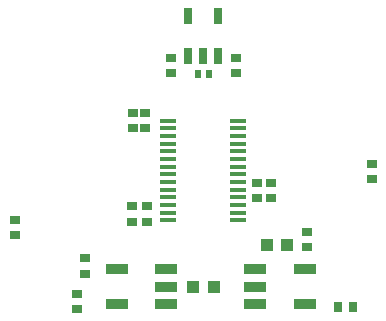
<source format=gbr>
G04 EAGLE Gerber RS-274X export*
G75*
%MOMM*%
%FSLAX34Y34*%
%LPD*%
%INSolderpaste Top*%
%IPPOS*%
%AMOC8*
5,1,8,0,0,1.08239X$1,22.5*%
G01*
%ADD10R,1.475000X0.450000*%
%ADD11R,0.900000X0.700000*%
%ADD12R,0.600000X0.700000*%
%ADD13R,0.760000X1.400000*%
%ADD14R,1.920000X0.910000*%
%ADD15R,1.100000X1.000000*%
%ADD16R,0.700000X0.900000*%


D10*
X150120Y183250D03*
X150120Y176750D03*
X150120Y170250D03*
X150120Y163750D03*
X150120Y157250D03*
X150120Y150750D03*
X150120Y144250D03*
X150120Y137750D03*
X150120Y131250D03*
X150120Y124750D03*
X150120Y118250D03*
X150120Y111750D03*
X150120Y105250D03*
X150120Y98750D03*
X208880Y98750D03*
X208880Y105250D03*
X208880Y111750D03*
X208880Y118250D03*
X208880Y124750D03*
X208880Y131250D03*
X208880Y137750D03*
X208880Y144250D03*
X208880Y150750D03*
X208880Y157250D03*
X208880Y163750D03*
X208880Y170250D03*
X208880Y176750D03*
X208880Y183250D03*
D11*
X130750Y176500D03*
X130750Y189500D03*
X120250Y176500D03*
X120250Y189500D03*
X237000Y130500D03*
X237000Y117500D03*
X225000Y130500D03*
X225000Y117500D03*
X131750Y110500D03*
X131750Y97500D03*
X119750Y110500D03*
X119750Y97500D03*
D12*
X175000Y222500D03*
X185000Y222500D03*
D11*
X152500Y236500D03*
X152500Y223500D03*
X207500Y236500D03*
X207500Y223500D03*
D13*
X192700Y237850D03*
X180000Y237850D03*
X167300Y237850D03*
X167300Y272150D03*
X192700Y272150D03*
D11*
X20000Y99000D03*
X20000Y86000D03*
X322500Y146500D03*
X322500Y133500D03*
D14*
X148550Y57500D03*
X148550Y42500D03*
X148550Y27500D03*
X106450Y27500D03*
X106450Y57500D03*
D11*
X72500Y36500D03*
X72500Y23500D03*
X80000Y53500D03*
X80000Y66500D03*
D15*
X171500Y42500D03*
X188500Y42500D03*
D14*
X223950Y27500D03*
X223950Y42500D03*
X223950Y57500D03*
X266050Y57500D03*
X266050Y27500D03*
D11*
X267500Y89000D03*
X267500Y76000D03*
D16*
X293500Y25000D03*
X306500Y25000D03*
D15*
X251000Y77500D03*
X234000Y77500D03*
M02*

</source>
